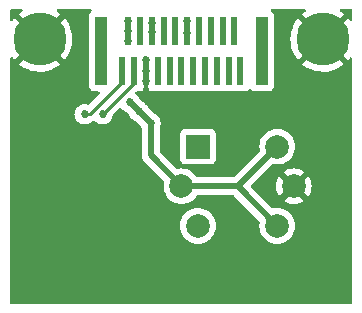
<source format=gbr>
%TF.GenerationSoftware,KiCad,Pcbnew,(6.0.0-0)*%
%TF.CreationDate,2022-03-07T02:22:32-05:00*%
%TF.ProjectId,multi_gas,6d756c74-695f-4676-9173-2e6b69636164,rev?*%
%TF.SameCoordinates,Original*%
%TF.FileFunction,Copper,L4,Bot*%
%TF.FilePolarity,Positive*%
%FSLAX46Y46*%
G04 Gerber Fmt 4.6, Leading zero omitted, Abs format (unit mm)*
G04 Created by KiCad (PCBNEW (6.0.0-0)) date 2022-03-07 02:22:32*
%MOMM*%
%LPD*%
G01*
G04 APERTURE LIST*
%TA.AperFunction,ComponentPad*%
%ADD10C,2.000000*%
%TD*%
%TA.AperFunction,ComponentPad*%
%ADD11R,2.000000X2.000000*%
%TD*%
%TA.AperFunction,ComponentPad*%
%ADD12C,4.500000*%
%TD*%
%TA.AperFunction,SMDPad,CuDef*%
%ADD13R,1.000000X5.850000*%
%TD*%
%TA.AperFunction,SMDPad,CuDef*%
%ADD14R,0.610000X2.410000*%
%TD*%
%TA.AperFunction,ViaPad*%
%ADD15C,0.685800*%
%TD*%
%TA.AperFunction,Conductor*%
%ADD16C,0.508000*%
%TD*%
%TA.AperFunction,Conductor*%
%ADD17C,0.254000*%
%TD*%
G04 APERTURE END LIST*
D10*
%TO.P,U1,6,A1*%
%TO.N,/5V*%
X115120000Y-73094000D03*
%TO.P,U1,4,A2*%
X115120000Y-79814000D03*
%TO.P,U1,3,B2*%
%TO.N,/A0*%
X108400000Y-79814000D03*
D11*
%TO.P,U1,1,B1*%
X108400000Y-73094000D03*
D10*
%TO.P,U1,5,VH-*%
%TO.N,GND*%
X116510000Y-76454000D03*
%TO.P,U1,2,VH+*%
%TO.N,/5V*%
X107010000Y-76454000D03*
%TD*%
D12*
%TO.P,H1,1,1*%
%TO.N,GND*%
X95000000Y-64000000D03*
%TD*%
%TO.P,H2,1,1*%
%TO.N,GND*%
X119000000Y-64000000D03*
%TD*%
D13*
%TO.P,J1,*%
%TO.N,*%
X100173500Y-65000000D03*
X113826500Y-65000000D03*
D14*
%TO.P,J1,1,SDA(E)*%
%TO.N,/SDA_EEPROM*%
X101996500Y-66720000D03*
%TO.P,J1,2,SCL(E)*%
%TO.N,/SCL_EEPROM*%
X102996500Y-66720000D03*
%TO.P,J1,3,GND*%
%TO.N,GND*%
X103996500Y-66720000D03*
%TO.P,J1,4,NC*%
%TO.N,unconnected-(J1-Pad4)*%
X104996500Y-66720000D03*
%TO.P,J1,5,~{RST}*%
%TO.N,/~{RST}*%
X105996500Y-66720000D03*
%TO.P,J1,6,SCK*%
%TO.N,/SCK*%
X106996500Y-66720000D03*
%TO.P,J1,7,MISO*%
%TO.N,/MISO*%
X107996500Y-66720000D03*
%TO.P,J1,8,MOSI*%
%TO.N,/MOSI*%
X108996500Y-66720000D03*
%TO.P,J1,9,CE*%
%TO.N,/CS*%
X109996500Y-66720000D03*
%TO.P,J1,10,SDA*%
%TO.N,/SDA*%
X110996500Y-66720000D03*
%TO.P,J1,11,SCL*%
%TO.N,/SCL*%
X111996500Y-66720000D03*
%TO.P,J1,12,NC*%
%TO.N,unconnected-(J1-Pad12)*%
X111496500Y-63280000D03*
%TO.P,J1,13,RX*%
%TO.N,/RXD*%
X110496500Y-63280000D03*
%TO.P,J1,14,TX*%
%TO.N,/TXD*%
X109496500Y-63280000D03*
%TO.P,J1,15,STAT*%
%TO.N,/Status*%
X108496500Y-63280000D03*
%TO.P,J1,16,A0*%
%TO.N,/A0*%
X107496500Y-63280000D03*
%TO.P,J1,17,A1*%
%TO.N,/A1*%
X106496500Y-63280000D03*
%TO.P,J1,18,NC*%
%TO.N,unconnected-(J1-Pad18)*%
X105496500Y-63280000D03*
%TO.P,J1,19,3V3*%
%TO.N,/3V3*%
X104496500Y-63280000D03*
%TO.P,J1,20,NC*%
%TO.N,unconnected-(J1-Pad20)*%
X103496500Y-63320000D03*
%TO.P,J1,21,5V*%
%TO.N,/5V*%
X102496500Y-63320000D03*
%TD*%
D15*
%TO.N,/A0*%
X107442000Y-63500000D03*
X107442000Y-62484000D03*
%TO.N,/5V*%
X104394000Y-71120000D03*
X103378000Y-70104000D03*
X102616000Y-69342000D03*
X102489000Y-62484000D03*
X102514400Y-64185800D03*
X102489000Y-63347600D03*
%TO.N,GND*%
X96012000Y-73152000D03*
X104013000Y-66675000D03*
X104013000Y-67564000D03*
X97282000Y-73152000D03*
X94742000Y-73152000D03*
X104013000Y-65786000D03*
%TO.N,/3V3*%
X104496500Y-63397500D03*
X104496500Y-62635500D03*
%TO.N,/SDA_EEPROM*%
X98806000Y-70358000D03*
%TO.N,/SCL_EEPROM*%
X100330000Y-70358000D03*
%TD*%
D16*
%TO.N,/5V*%
X111760000Y-76454000D02*
X115120000Y-79814000D01*
X107010000Y-76454000D02*
X111760000Y-76454000D01*
X111760000Y-76454000D02*
X115120000Y-73094000D01*
X104394000Y-71120000D02*
X104394000Y-73838000D01*
X104394000Y-73838000D02*
X107010000Y-76454000D01*
X103378000Y-70104000D02*
X104394000Y-71120000D01*
X102616000Y-69342000D02*
X103378000Y-70104000D01*
D17*
%TO.N,/SCL_EEPROM*%
X100330000Y-70358000D02*
X102996500Y-67691500D01*
X102996500Y-67691500D02*
X102996500Y-66720000D01*
%TO.N,/SDA_EEPROM*%
X101996500Y-66720000D02*
X101996500Y-67620000D01*
X101996500Y-67620000D02*
X99258500Y-70358000D01*
X99258500Y-70358000D02*
X98806000Y-70358000D01*
%TD*%
%TA.AperFunction,Conductor*%
%TO.N,GND*%
G36*
X93508556Y-61466002D02*
G01*
X93555049Y-61519658D01*
X93565153Y-61589932D01*
X93535659Y-61654512D01*
X93504858Y-61680285D01*
X93450196Y-61712805D01*
X93443945Y-61717053D01*
X93250733Y-61866115D01*
X93242267Y-61877773D01*
X93248871Y-61889661D01*
X94987188Y-63627978D01*
X95001132Y-63635592D01*
X95002965Y-63635461D01*
X95009580Y-63631210D01*
X96750162Y-61890628D01*
X96757174Y-61877787D01*
X96749379Y-61867098D01*
X96579886Y-61733481D01*
X96573663Y-61729156D01*
X96492326Y-61679605D01*
X96444557Y-61627082D01*
X96432767Y-61557071D01*
X96460699Y-61491800D01*
X96519485Y-61451992D01*
X96557879Y-61446000D01*
X99286595Y-61446000D01*
X99354716Y-61466002D01*
X99401209Y-61519658D01*
X99411313Y-61589932D01*
X99381819Y-61654512D01*
X99362163Y-61672824D01*
X99310239Y-61711739D01*
X99222885Y-61828295D01*
X99171755Y-61964684D01*
X99165000Y-62026866D01*
X99165000Y-67973134D01*
X99171755Y-68035316D01*
X99222885Y-68171705D01*
X99310239Y-68288261D01*
X99426795Y-68375615D01*
X99563184Y-68426745D01*
X99625366Y-68433500D01*
X99980078Y-68433500D01*
X100048199Y-68453502D01*
X100094692Y-68507158D01*
X100104796Y-68577432D01*
X100075302Y-68642012D01*
X100069173Y-68648595D01*
X99202648Y-69515120D01*
X99140336Y-69549146D01*
X99075213Y-69545888D01*
X99070546Y-69543810D01*
X98983016Y-69525205D01*
X98901943Y-69507972D01*
X98901939Y-69507972D01*
X98895486Y-69506600D01*
X98716514Y-69506600D01*
X98710061Y-69507972D01*
X98710057Y-69507972D01*
X98628984Y-69525205D01*
X98541454Y-69543810D01*
X98535424Y-69546495D01*
X98535423Y-69546495D01*
X98383985Y-69613919D01*
X98383983Y-69613920D01*
X98377955Y-69616604D01*
X98233164Y-69721801D01*
X98113409Y-69854803D01*
X98110108Y-69860521D01*
X98045002Y-69973288D01*
X98023923Y-70009797D01*
X98021881Y-70016082D01*
X97970888Y-70173024D01*
X97968618Y-70180009D01*
X97967928Y-70186572D01*
X97967928Y-70186573D01*
X97954431Y-70314988D01*
X97949910Y-70358000D01*
X97968618Y-70535991D01*
X98023923Y-70706203D01*
X98113409Y-70861197D01*
X98117827Y-70866104D01*
X98117828Y-70866105D01*
X98204256Y-70962093D01*
X98233164Y-70994199D01*
X98377955Y-71099396D01*
X98383983Y-71102080D01*
X98383985Y-71102081D01*
X98535423Y-71169505D01*
X98541454Y-71172190D01*
X98628984Y-71190795D01*
X98710057Y-71208028D01*
X98710061Y-71208028D01*
X98716514Y-71209400D01*
X98895486Y-71209400D01*
X98901939Y-71208028D01*
X98901943Y-71208028D01*
X98983016Y-71190795D01*
X99070546Y-71172190D01*
X99076577Y-71169505D01*
X99228015Y-71102081D01*
X99228017Y-71102080D01*
X99234045Y-71099396D01*
X99373854Y-70997818D01*
X99414061Y-70978899D01*
X99417799Y-70978427D01*
X99425172Y-70975508D01*
X99425175Y-70975507D01*
X99459056Y-70962093D01*
X99470285Y-70958248D01*
X99486965Y-70953402D01*
X99512893Y-70945869D01*
X99519720Y-70941831D01*
X99519723Y-70941830D01*
X99530406Y-70935512D01*
X99548164Y-70926812D01*
X99559719Y-70922237D01*
X99559723Y-70922235D01*
X99562005Y-70921332D01*
X99562007Y-70921331D01*
X99567087Y-70919320D01*
X99567411Y-70920140D01*
X99630269Y-70906279D01*
X99696859Y-70930902D01*
X99715272Y-70947673D01*
X99757164Y-70994199D01*
X99901955Y-71099396D01*
X99907983Y-71102080D01*
X99907985Y-71102081D01*
X100059423Y-71169505D01*
X100065454Y-71172190D01*
X100152984Y-71190795D01*
X100234057Y-71208028D01*
X100234061Y-71208028D01*
X100240514Y-71209400D01*
X100419486Y-71209400D01*
X100425939Y-71208028D01*
X100425943Y-71208028D01*
X100507016Y-71190795D01*
X100594546Y-71172190D01*
X100600577Y-71169505D01*
X100752015Y-71102081D01*
X100752017Y-71102080D01*
X100758045Y-71099396D01*
X100902836Y-70994199D01*
X100931744Y-70962093D01*
X101018172Y-70866105D01*
X101018173Y-70866104D01*
X101022591Y-70861197D01*
X101112077Y-70706203D01*
X101167382Y-70535991D01*
X101176418Y-70450023D01*
X101203432Y-70384366D01*
X101212633Y-70374099D01*
X101743351Y-69843381D01*
X101805663Y-69809355D01*
X101876478Y-69814420D01*
X101926082Y-69848166D01*
X102038742Y-69973288D01*
X102043164Y-69978199D01*
X102048506Y-69982080D01*
X102048508Y-69982082D01*
X102095305Y-70016082D01*
X102187955Y-70083396D01*
X102193981Y-70086079D01*
X102193988Y-70086083D01*
X102330839Y-70147012D01*
X102368686Y-70173024D01*
X102549532Y-70353870D01*
X102580270Y-70404028D01*
X102595923Y-70452203D01*
X102599226Y-70457925D01*
X102599227Y-70457926D01*
X102630832Y-70512668D01*
X102685409Y-70607197D01*
X102805164Y-70740199D01*
X102810506Y-70744080D01*
X102810508Y-70744082D01*
X102857305Y-70778082D01*
X102949955Y-70845396D01*
X102955981Y-70848079D01*
X102955988Y-70848083D01*
X103092839Y-70909012D01*
X103130686Y-70935024D01*
X103565532Y-71369870D01*
X103596270Y-71420028D01*
X103611923Y-71468203D01*
X103615227Y-71473925D01*
X103617911Y-71479954D01*
X103616666Y-71480508D01*
X103631500Y-71535873D01*
X103631500Y-73770624D01*
X103630067Y-73789574D01*
X103627876Y-73803973D01*
X103627876Y-73803979D01*
X103626776Y-73811208D01*
X103627369Y-73818500D01*
X103627369Y-73818503D01*
X103631085Y-73864183D01*
X103631500Y-73874398D01*
X103631500Y-73882525D01*
X103634811Y-73910924D01*
X103635238Y-73915244D01*
X103641191Y-73988426D01*
X103643447Y-73995388D01*
X103644643Y-74001376D01*
X103646051Y-74007333D01*
X103646899Y-74014607D01*
X103649397Y-74021489D01*
X103649398Y-74021493D01*
X103671945Y-74083607D01*
X103673355Y-74087711D01*
X103695987Y-74157575D01*
X103699787Y-74163838D01*
X103702325Y-74169380D01*
X103705067Y-74174856D01*
X103707566Y-74181741D01*
X103711581Y-74187865D01*
X103747815Y-74243132D01*
X103750130Y-74246800D01*
X103788227Y-74309581D01*
X103791941Y-74313786D01*
X103791943Y-74313789D01*
X103795667Y-74318005D01*
X103795638Y-74318031D01*
X103798238Y-74320962D01*
X103801042Y-74324316D01*
X103805054Y-74330435D01*
X103810366Y-74335467D01*
X103861586Y-74383988D01*
X103864028Y-74386366D01*
X105500317Y-76022655D01*
X105534343Y-76084967D01*
X105533741Y-76141163D01*
X105515465Y-76217289D01*
X105496835Y-76454000D01*
X105515465Y-76690711D01*
X105570895Y-76921594D01*
X105572788Y-76926165D01*
X105572789Y-76926167D01*
X105659772Y-77136163D01*
X105661760Y-77140963D01*
X105664346Y-77145183D01*
X105783241Y-77339202D01*
X105783242Y-77339203D01*
X105785824Y-77343416D01*
X105940031Y-77523969D01*
X106120584Y-77678176D01*
X106124792Y-77680755D01*
X106124798Y-77680759D01*
X106318084Y-77799205D01*
X106323037Y-77802240D01*
X106327607Y-77804133D01*
X106327611Y-77804135D01*
X106537833Y-77891211D01*
X106542406Y-77893105D01*
X106622609Y-77912360D01*
X106768476Y-77947380D01*
X106768482Y-77947381D01*
X106773289Y-77948535D01*
X107010000Y-77967165D01*
X107246711Y-77948535D01*
X107251518Y-77947381D01*
X107251524Y-77947380D01*
X107397391Y-77912360D01*
X107477594Y-77893105D01*
X107482167Y-77891211D01*
X107692389Y-77804135D01*
X107692393Y-77804133D01*
X107696963Y-77802240D01*
X107701916Y-77799205D01*
X107895202Y-77680759D01*
X107895208Y-77680755D01*
X107899416Y-77678176D01*
X108079969Y-77523969D01*
X108234176Y-77343416D01*
X108275083Y-77276662D01*
X108327728Y-77229034D01*
X108382513Y-77216500D01*
X111391972Y-77216500D01*
X111460093Y-77236502D01*
X111481067Y-77253405D01*
X113610317Y-79382655D01*
X113644343Y-79444967D01*
X113643741Y-79501163D01*
X113625465Y-79577289D01*
X113606835Y-79814000D01*
X113625465Y-80050711D01*
X113680895Y-80281594D01*
X113771760Y-80500963D01*
X113774346Y-80505183D01*
X113893241Y-80699202D01*
X113893245Y-80699208D01*
X113895824Y-80703416D01*
X114050031Y-80883969D01*
X114230584Y-81038176D01*
X114234792Y-81040755D01*
X114234798Y-81040759D01*
X114428817Y-81159654D01*
X114433037Y-81162240D01*
X114437607Y-81164133D01*
X114437611Y-81164135D01*
X114647833Y-81251211D01*
X114652406Y-81253105D01*
X114732609Y-81272360D01*
X114878476Y-81307380D01*
X114878482Y-81307381D01*
X114883289Y-81308535D01*
X115120000Y-81327165D01*
X115356711Y-81308535D01*
X115361518Y-81307381D01*
X115361524Y-81307380D01*
X115507391Y-81272360D01*
X115587594Y-81253105D01*
X115592167Y-81251211D01*
X115802389Y-81164135D01*
X115802393Y-81164133D01*
X115806963Y-81162240D01*
X115811183Y-81159654D01*
X116005202Y-81040759D01*
X116005208Y-81040755D01*
X116009416Y-81038176D01*
X116189969Y-80883969D01*
X116344176Y-80703416D01*
X116346755Y-80699208D01*
X116346759Y-80699202D01*
X116465654Y-80505183D01*
X116468240Y-80500963D01*
X116559105Y-80281594D01*
X116614535Y-80050711D01*
X116633165Y-79814000D01*
X116614535Y-79577289D01*
X116559105Y-79346406D01*
X116468240Y-79127037D01*
X116465654Y-79122817D01*
X116346759Y-78928798D01*
X116346755Y-78928792D01*
X116344176Y-78924584D01*
X116189969Y-78744031D01*
X116009416Y-78589824D01*
X116005208Y-78587245D01*
X116005202Y-78587241D01*
X115811183Y-78468346D01*
X115806963Y-78465760D01*
X115802393Y-78463867D01*
X115802389Y-78463865D01*
X115592167Y-78376789D01*
X115592165Y-78376788D01*
X115587594Y-78374895D01*
X115501447Y-78354213D01*
X115361524Y-78320620D01*
X115361518Y-78320619D01*
X115356711Y-78319465D01*
X115120000Y-78300835D01*
X114883289Y-78319465D01*
X114878482Y-78320619D01*
X114878476Y-78320620D01*
X114833236Y-78331481D01*
X114807163Y-78337741D01*
X114736256Y-78334194D01*
X114688655Y-78304317D01*
X114071008Y-77686670D01*
X115642160Y-77686670D01*
X115647887Y-77694320D01*
X115819042Y-77799205D01*
X115827837Y-77803687D01*
X116037988Y-77890734D01*
X116047373Y-77893783D01*
X116268554Y-77946885D01*
X116278301Y-77948428D01*
X116505070Y-77966275D01*
X116514930Y-77966275D01*
X116741699Y-77948428D01*
X116751446Y-77946885D01*
X116972627Y-77893783D01*
X116982012Y-77890734D01*
X117192163Y-77803687D01*
X117200958Y-77799205D01*
X117368445Y-77696568D01*
X117377907Y-77686110D01*
X117374124Y-77677334D01*
X116522812Y-76826022D01*
X116508868Y-76818408D01*
X116507035Y-76818539D01*
X116500420Y-76822790D01*
X115648920Y-77674290D01*
X115642160Y-77686670D01*
X114071008Y-77686670D01*
X112927433Y-76543095D01*
X112893407Y-76480783D01*
X112894970Y-76458930D01*
X114997725Y-76458930D01*
X115015572Y-76685699D01*
X115017115Y-76695446D01*
X115070217Y-76916627D01*
X115073266Y-76926012D01*
X115160313Y-77136163D01*
X115164795Y-77144958D01*
X115267432Y-77312445D01*
X115277890Y-77321907D01*
X115286666Y-77318124D01*
X116137978Y-76466812D01*
X116144356Y-76455132D01*
X116874408Y-76455132D01*
X116874539Y-76456965D01*
X116878790Y-76463580D01*
X117730290Y-77315080D01*
X117742670Y-77321840D01*
X117750320Y-77316113D01*
X117855205Y-77144958D01*
X117859687Y-77136163D01*
X117946734Y-76926012D01*
X117949783Y-76916627D01*
X118002885Y-76695446D01*
X118004428Y-76685699D01*
X118022275Y-76458930D01*
X118022275Y-76449070D01*
X118004428Y-76222301D01*
X118002885Y-76212554D01*
X117949783Y-75991373D01*
X117946734Y-75981988D01*
X117859687Y-75771837D01*
X117855205Y-75763042D01*
X117752568Y-75595555D01*
X117742110Y-75586093D01*
X117733334Y-75589876D01*
X116882022Y-76441188D01*
X116874408Y-76455132D01*
X116144356Y-76455132D01*
X116145592Y-76452868D01*
X116145461Y-76451035D01*
X116141210Y-76444420D01*
X115289710Y-75592920D01*
X115277330Y-75586160D01*
X115269680Y-75591887D01*
X115164795Y-75763042D01*
X115160313Y-75771837D01*
X115073266Y-75981988D01*
X115070217Y-75991373D01*
X115017115Y-76212554D01*
X115015572Y-76222301D01*
X114997725Y-76449070D01*
X114997725Y-76458930D01*
X112894970Y-76458930D01*
X112898472Y-76409968D01*
X112927433Y-76364905D01*
X114070448Y-75221890D01*
X115642093Y-75221890D01*
X115645876Y-75230666D01*
X116497188Y-76081978D01*
X116511132Y-76089592D01*
X116512965Y-76089461D01*
X116519580Y-76085210D01*
X117371080Y-75233710D01*
X117377840Y-75221330D01*
X117372113Y-75213680D01*
X117200958Y-75108795D01*
X117192163Y-75104313D01*
X116982012Y-75017266D01*
X116972627Y-75014217D01*
X116751446Y-74961115D01*
X116741699Y-74959572D01*
X116514930Y-74941725D01*
X116505070Y-74941725D01*
X116278301Y-74959572D01*
X116268554Y-74961115D01*
X116047373Y-75014217D01*
X116037988Y-75017266D01*
X115827837Y-75104313D01*
X115819042Y-75108795D01*
X115651555Y-75211432D01*
X115642093Y-75221890D01*
X114070448Y-75221890D01*
X114688655Y-74603683D01*
X114750967Y-74569657D01*
X114807163Y-74570259D01*
X114833236Y-74576519D01*
X114878476Y-74587380D01*
X114878482Y-74587381D01*
X114883289Y-74588535D01*
X115120000Y-74607165D01*
X115356711Y-74588535D01*
X115361518Y-74587381D01*
X115361524Y-74587380D01*
X115539651Y-74544615D01*
X115587594Y-74533105D01*
X115592167Y-74531211D01*
X115802389Y-74444135D01*
X115802393Y-74444133D01*
X115806963Y-74442240D01*
X115900143Y-74385139D01*
X116005202Y-74320759D01*
X116005208Y-74320755D01*
X116009416Y-74318176D01*
X116189969Y-74163969D01*
X116344176Y-73983416D01*
X116346755Y-73979208D01*
X116346759Y-73979202D01*
X116465654Y-73785183D01*
X116468240Y-73780963D01*
X116559105Y-73561594D01*
X116614535Y-73330711D01*
X116633165Y-73094000D01*
X116614535Y-72857289D01*
X116559105Y-72626406D01*
X116468240Y-72407037D01*
X116465654Y-72402817D01*
X116346759Y-72208798D01*
X116346755Y-72208792D01*
X116344176Y-72204584D01*
X116189969Y-72024031D01*
X116009416Y-71869824D01*
X116005208Y-71867245D01*
X116005202Y-71867241D01*
X115811183Y-71748346D01*
X115806963Y-71745760D01*
X115802393Y-71743867D01*
X115802389Y-71743865D01*
X115592167Y-71656789D01*
X115592165Y-71656788D01*
X115587594Y-71654895D01*
X115507391Y-71635640D01*
X115361524Y-71600620D01*
X115361518Y-71600619D01*
X115356711Y-71599465D01*
X115120000Y-71580835D01*
X114883289Y-71599465D01*
X114878482Y-71600619D01*
X114878476Y-71600620D01*
X114732609Y-71635640D01*
X114652406Y-71654895D01*
X114647835Y-71656788D01*
X114647833Y-71656789D01*
X114437611Y-71743865D01*
X114437607Y-71743867D01*
X114433037Y-71745760D01*
X114428817Y-71748346D01*
X114234798Y-71867241D01*
X114234792Y-71867245D01*
X114230584Y-71869824D01*
X114050031Y-72024031D01*
X113895824Y-72204584D01*
X113893245Y-72208792D01*
X113893241Y-72208798D01*
X113774346Y-72402817D01*
X113771760Y-72407037D01*
X113680895Y-72626406D01*
X113625465Y-72857289D01*
X113606835Y-73094000D01*
X113625465Y-73330711D01*
X113626619Y-73335518D01*
X113626620Y-73335524D01*
X113643741Y-73406836D01*
X113640194Y-73477744D01*
X113610317Y-73525345D01*
X111481067Y-75654595D01*
X111418755Y-75688621D01*
X111391972Y-75691500D01*
X108382513Y-75691500D01*
X108314392Y-75671498D01*
X108275084Y-75631339D01*
X108234176Y-75564584D01*
X108079969Y-75384031D01*
X107899416Y-75229824D01*
X107895208Y-75227245D01*
X107895202Y-75227241D01*
X107701183Y-75108346D01*
X107696963Y-75105760D01*
X107692393Y-75103867D01*
X107692389Y-75103865D01*
X107482167Y-75016789D01*
X107482165Y-75016788D01*
X107477594Y-75014895D01*
X107391447Y-74994213D01*
X107251524Y-74960620D01*
X107251518Y-74960619D01*
X107246711Y-74959465D01*
X107010000Y-74940835D01*
X106773289Y-74959465D01*
X106768482Y-74960619D01*
X106768476Y-74960620D01*
X106723236Y-74971481D01*
X106697163Y-74977741D01*
X106626256Y-74974194D01*
X106578655Y-74944317D01*
X105776472Y-74142134D01*
X106891500Y-74142134D01*
X106898255Y-74204316D01*
X106949385Y-74340705D01*
X107036739Y-74457261D01*
X107153295Y-74544615D01*
X107289684Y-74595745D01*
X107351866Y-74602500D01*
X109448134Y-74602500D01*
X109510316Y-74595745D01*
X109646705Y-74544615D01*
X109763261Y-74457261D01*
X109850615Y-74340705D01*
X109901745Y-74204316D01*
X109908500Y-74142134D01*
X109908500Y-72045866D01*
X109901745Y-71983684D01*
X109850615Y-71847295D01*
X109763261Y-71730739D01*
X109646705Y-71643385D01*
X109510316Y-71592255D01*
X109448134Y-71585500D01*
X107351866Y-71585500D01*
X107289684Y-71592255D01*
X107153295Y-71643385D01*
X107036739Y-71730739D01*
X106949385Y-71847295D01*
X106898255Y-71983684D01*
X106891500Y-72045866D01*
X106891500Y-74142134D01*
X105776472Y-74142134D01*
X105193405Y-73559067D01*
X105159379Y-73496755D01*
X105156500Y-73469972D01*
X105156500Y-71535873D01*
X105171334Y-71480508D01*
X105170089Y-71479954D01*
X105172773Y-71473926D01*
X105176077Y-71468203D01*
X105231382Y-71297991D01*
X105240694Y-71209400D01*
X105249400Y-71126565D01*
X105250090Y-71120000D01*
X105231382Y-70942009D01*
X105229113Y-70935024D01*
X105178119Y-70778082D01*
X105176077Y-70771797D01*
X105154999Y-70735288D01*
X105089892Y-70622521D01*
X105086591Y-70616803D01*
X105019482Y-70542270D01*
X104971258Y-70488712D01*
X104971257Y-70488711D01*
X104966836Y-70483801D01*
X104931223Y-70457926D01*
X104827387Y-70382485D01*
X104827386Y-70382484D01*
X104822045Y-70378604D01*
X104816019Y-70375921D01*
X104816012Y-70375917D01*
X104679161Y-70314988D01*
X104641314Y-70288976D01*
X104206468Y-69854130D01*
X104175730Y-69803972D01*
X104162118Y-69762079D01*
X104160077Y-69755797D01*
X104070591Y-69600803D01*
X104047960Y-69575668D01*
X103955258Y-69472712D01*
X103955257Y-69472711D01*
X103950836Y-69467801D01*
X103806045Y-69362604D01*
X103800019Y-69359921D01*
X103800012Y-69359917D01*
X103663161Y-69298988D01*
X103625314Y-69272976D01*
X103444468Y-69092130D01*
X103413730Y-69041972D01*
X103400118Y-69000079D01*
X103398077Y-68993797D01*
X103308591Y-68838803D01*
X103188836Y-68705801D01*
X103129851Y-68662946D01*
X103086497Y-68606724D01*
X103080422Y-68535988D01*
X103114817Y-68471915D01*
X103116327Y-68470405D01*
X103178639Y-68436379D01*
X103205422Y-68433500D01*
X103349634Y-68433500D01*
X103411816Y-68426745D01*
X103419217Y-68423970D01*
X103419219Y-68423970D01*
X103452981Y-68411313D01*
X103523788Y-68406129D01*
X103541443Y-68411313D01*
X103573890Y-68423477D01*
X103589149Y-68427105D01*
X103640014Y-68432631D01*
X103646828Y-68433000D01*
X103724385Y-68433000D01*
X103739624Y-68428525D01*
X103740829Y-68427135D01*
X103742500Y-68419452D01*
X103742500Y-68218852D01*
X103754347Y-68172542D01*
X103752115Y-68171705D01*
X103800471Y-68042715D01*
X103803245Y-68035316D01*
X103810000Y-67973134D01*
X103810000Y-66592000D01*
X103830002Y-66523879D01*
X103883658Y-66477386D01*
X103936000Y-66466000D01*
X104057000Y-66466000D01*
X104125121Y-66486002D01*
X104171614Y-66539658D01*
X104183000Y-66592000D01*
X104183000Y-67973134D01*
X104189755Y-68035316D01*
X104192529Y-68042715D01*
X104240885Y-68171705D01*
X104238653Y-68172542D01*
X104250500Y-68218852D01*
X104250500Y-68414884D01*
X104254975Y-68430123D01*
X104256365Y-68431328D01*
X104264048Y-68432999D01*
X104346169Y-68432999D01*
X104352990Y-68432629D01*
X104403852Y-68427105D01*
X104419107Y-68423478D01*
X104451557Y-68411313D01*
X104522364Y-68406129D01*
X104540019Y-68411313D01*
X104573781Y-68423970D01*
X104573783Y-68423970D01*
X104581184Y-68426745D01*
X104643366Y-68433500D01*
X105349634Y-68433500D01*
X105411816Y-68426745D01*
X105452271Y-68411579D01*
X105523076Y-68406396D01*
X105540723Y-68411577D01*
X105581184Y-68426745D01*
X105643366Y-68433500D01*
X106349634Y-68433500D01*
X106411816Y-68426745D01*
X106452271Y-68411579D01*
X106523076Y-68406396D01*
X106540723Y-68411577D01*
X106581184Y-68426745D01*
X106643366Y-68433500D01*
X107349634Y-68433500D01*
X107411816Y-68426745D01*
X107452271Y-68411579D01*
X107523076Y-68406396D01*
X107540723Y-68411577D01*
X107581184Y-68426745D01*
X107643366Y-68433500D01*
X108349634Y-68433500D01*
X108411816Y-68426745D01*
X108452271Y-68411579D01*
X108523076Y-68406396D01*
X108540723Y-68411577D01*
X108581184Y-68426745D01*
X108643366Y-68433500D01*
X109349634Y-68433500D01*
X109411816Y-68426745D01*
X109452271Y-68411579D01*
X109523076Y-68406396D01*
X109540723Y-68411577D01*
X109581184Y-68426745D01*
X109643366Y-68433500D01*
X110349634Y-68433500D01*
X110411816Y-68426745D01*
X110452271Y-68411579D01*
X110523076Y-68406396D01*
X110540723Y-68411577D01*
X110581184Y-68426745D01*
X110643366Y-68433500D01*
X111349634Y-68433500D01*
X111411816Y-68426745D01*
X111452271Y-68411579D01*
X111523076Y-68406396D01*
X111540723Y-68411577D01*
X111581184Y-68426745D01*
X111643366Y-68433500D01*
X112349634Y-68433500D01*
X112411816Y-68426745D01*
X112548205Y-68375615D01*
X112664761Y-68288261D01*
X112713174Y-68223664D01*
X112770033Y-68181149D01*
X112840852Y-68176123D01*
X112903145Y-68210183D01*
X112914826Y-68223664D01*
X112963239Y-68288261D01*
X113079795Y-68375615D01*
X113216184Y-68426745D01*
X113278366Y-68433500D01*
X114374634Y-68433500D01*
X114436816Y-68426745D01*
X114573205Y-68375615D01*
X114689761Y-68288261D01*
X114777115Y-68171705D01*
X114828245Y-68035316D01*
X114835000Y-67973134D01*
X114835000Y-66121982D01*
X117243142Y-66121982D01*
X117250668Y-66132415D01*
X117396463Y-66249848D01*
X117402648Y-66254244D01*
X117678363Y-66426195D01*
X117685034Y-66429817D01*
X117979414Y-66567402D01*
X117986468Y-66570195D01*
X118295257Y-66671420D01*
X118302570Y-66673339D01*
X118621298Y-66736738D01*
X118628789Y-66737764D01*
X118952823Y-66762413D01*
X118960386Y-66762531D01*
X119285021Y-66748074D01*
X119292562Y-66747282D01*
X119613115Y-66693926D01*
X119620479Y-66692240D01*
X119932315Y-66600757D01*
X119939424Y-66598198D01*
X120238003Y-66469919D01*
X120244770Y-66466515D01*
X120525764Y-66303301D01*
X120532071Y-66299111D01*
X120750005Y-66134588D01*
X120758461Y-66123197D01*
X120751743Y-66110953D01*
X119012812Y-64372022D01*
X118998868Y-64364408D01*
X118997035Y-64364539D01*
X118990420Y-64368790D01*
X117250257Y-66108953D01*
X117243142Y-66121982D01*
X114835000Y-66121982D01*
X114835000Y-63974858D01*
X116237299Y-63974858D01*
X116253456Y-64299410D01*
X116254287Y-64306939D01*
X116309318Y-64627198D01*
X116311051Y-64634585D01*
X116404156Y-64945909D01*
X116406759Y-64953022D01*
X116536595Y-65250913D01*
X116540037Y-65257669D01*
X116704720Y-65537803D01*
X116708943Y-65544088D01*
X116865792Y-65749608D01*
X116877316Y-65758069D01*
X116889382Y-65751408D01*
X118627978Y-64012812D01*
X118635592Y-63998868D01*
X118635461Y-63997035D01*
X118631210Y-63990420D01*
X116890864Y-62250074D01*
X116877929Y-62243011D01*
X116867367Y-62250671D01*
X116741785Y-62408268D01*
X116737428Y-62414467D01*
X116566913Y-62691094D01*
X116563333Y-62697770D01*
X116427287Y-62992878D01*
X116424537Y-62999929D01*
X116324927Y-63309251D01*
X116323044Y-63316584D01*
X116261316Y-63635632D01*
X116260329Y-63643132D01*
X116237378Y-63967277D01*
X116237299Y-63974858D01*
X114835000Y-63974858D01*
X114835000Y-62026866D01*
X114828245Y-61964684D01*
X114777115Y-61828295D01*
X114689761Y-61711739D01*
X114637838Y-61672825D01*
X114595325Y-61615966D01*
X114590300Y-61545148D01*
X114624359Y-61482855D01*
X114686691Y-61448865D01*
X114713405Y-61446000D01*
X117440435Y-61446000D01*
X117508556Y-61466002D01*
X117555049Y-61519658D01*
X117565153Y-61589932D01*
X117535659Y-61654512D01*
X117504858Y-61680285D01*
X117450196Y-61712805D01*
X117443945Y-61717053D01*
X117250733Y-61866115D01*
X117242267Y-61877773D01*
X117248871Y-61889661D01*
X118987188Y-63627978D01*
X119001132Y-63635592D01*
X119002965Y-63635461D01*
X119009580Y-63631210D01*
X120750162Y-61890628D01*
X120757174Y-61877787D01*
X120749379Y-61867098D01*
X120579886Y-61733481D01*
X120573663Y-61729156D01*
X120492326Y-61679605D01*
X120444557Y-61627082D01*
X120432767Y-61557071D01*
X120460699Y-61491800D01*
X120519485Y-61451992D01*
X120557879Y-61446000D01*
X121361000Y-61446000D01*
X121429121Y-61466002D01*
X121475614Y-61519658D01*
X121487000Y-61572000D01*
X121487000Y-62337698D01*
X121466998Y-62405819D01*
X121413342Y-62452312D01*
X121343068Y-62462416D01*
X121278488Y-62432922D01*
X121261643Y-62415184D01*
X121133617Y-62251022D01*
X121121823Y-62242551D01*
X121110113Y-62249097D01*
X119372022Y-63987188D01*
X119364408Y-64001132D01*
X119364539Y-64002965D01*
X119368790Y-64009580D01*
X121108825Y-65749615D01*
X121121948Y-65756781D01*
X121132250Y-65749391D01*
X121241429Y-65615285D01*
X121245838Y-65609149D01*
X121254437Y-65595520D01*
X121307703Y-65548581D01*
X121377891Y-65537891D01*
X121442715Y-65566844D01*
X121481596Y-65626248D01*
X121487000Y-65662754D01*
X121487000Y-86304000D01*
X121466998Y-86372121D01*
X121413342Y-86418614D01*
X121361000Y-86430000D01*
X92629000Y-86430000D01*
X92560879Y-86409998D01*
X92514386Y-86356342D01*
X92503000Y-86304000D01*
X92503000Y-79814000D01*
X106886835Y-79814000D01*
X106905465Y-80050711D01*
X106960895Y-80281594D01*
X107051760Y-80500963D01*
X107054346Y-80505183D01*
X107173241Y-80699202D01*
X107173245Y-80699208D01*
X107175824Y-80703416D01*
X107330031Y-80883969D01*
X107510584Y-81038176D01*
X107514792Y-81040755D01*
X107514798Y-81040759D01*
X107708817Y-81159654D01*
X107713037Y-81162240D01*
X107717607Y-81164133D01*
X107717611Y-81164135D01*
X107927833Y-81251211D01*
X107932406Y-81253105D01*
X108012609Y-81272360D01*
X108158476Y-81307380D01*
X108158482Y-81307381D01*
X108163289Y-81308535D01*
X108400000Y-81327165D01*
X108636711Y-81308535D01*
X108641518Y-81307381D01*
X108641524Y-81307380D01*
X108787391Y-81272360D01*
X108867594Y-81253105D01*
X108872167Y-81251211D01*
X109082389Y-81164135D01*
X109082393Y-81164133D01*
X109086963Y-81162240D01*
X109091183Y-81159654D01*
X109285202Y-81040759D01*
X109285208Y-81040755D01*
X109289416Y-81038176D01*
X109469969Y-80883969D01*
X109624176Y-80703416D01*
X109626755Y-80699208D01*
X109626759Y-80699202D01*
X109745654Y-80505183D01*
X109748240Y-80500963D01*
X109839105Y-80281594D01*
X109894535Y-80050711D01*
X109913165Y-79814000D01*
X109894535Y-79577289D01*
X109839105Y-79346406D01*
X109748240Y-79127037D01*
X109745654Y-79122817D01*
X109626759Y-78928798D01*
X109626755Y-78928792D01*
X109624176Y-78924584D01*
X109469969Y-78744031D01*
X109289416Y-78589824D01*
X109285208Y-78587245D01*
X109285202Y-78587241D01*
X109091183Y-78468346D01*
X109086963Y-78465760D01*
X109082393Y-78463867D01*
X109082389Y-78463865D01*
X108872167Y-78376789D01*
X108872165Y-78376788D01*
X108867594Y-78374895D01*
X108781447Y-78354213D01*
X108641524Y-78320620D01*
X108641518Y-78320619D01*
X108636711Y-78319465D01*
X108400000Y-78300835D01*
X108163289Y-78319465D01*
X108158482Y-78320619D01*
X108158476Y-78320620D01*
X108018553Y-78354213D01*
X107932406Y-78374895D01*
X107927835Y-78376788D01*
X107927833Y-78376789D01*
X107717611Y-78463865D01*
X107717607Y-78463867D01*
X107713037Y-78465760D01*
X107708817Y-78468346D01*
X107514798Y-78587241D01*
X107514792Y-78587245D01*
X107510584Y-78589824D01*
X107330031Y-78744031D01*
X107175824Y-78924584D01*
X107173245Y-78928792D01*
X107173241Y-78928798D01*
X107054346Y-79122817D01*
X107051760Y-79127037D01*
X106960895Y-79346406D01*
X106905465Y-79577289D01*
X106886835Y-79814000D01*
X92503000Y-79814000D01*
X92503000Y-66121982D01*
X93243142Y-66121982D01*
X93250668Y-66132415D01*
X93396463Y-66249848D01*
X93402648Y-66254244D01*
X93678363Y-66426195D01*
X93685034Y-66429817D01*
X93979414Y-66567402D01*
X93986468Y-66570195D01*
X94295257Y-66671420D01*
X94302570Y-66673339D01*
X94621298Y-66736738D01*
X94628789Y-66737764D01*
X94952823Y-66762413D01*
X94960386Y-66762531D01*
X95285021Y-66748074D01*
X95292562Y-66747282D01*
X95613115Y-66693926D01*
X95620479Y-66692240D01*
X95932315Y-66600757D01*
X95939424Y-66598198D01*
X96238003Y-66469919D01*
X96244770Y-66466515D01*
X96525764Y-66303301D01*
X96532071Y-66299111D01*
X96750005Y-66134588D01*
X96758461Y-66123197D01*
X96751743Y-66110953D01*
X95012812Y-64372022D01*
X94998868Y-64364408D01*
X94997035Y-64364539D01*
X94990420Y-64368790D01*
X93250257Y-66108953D01*
X93243142Y-66121982D01*
X92503000Y-66121982D01*
X92503000Y-65647024D01*
X92523002Y-65578903D01*
X92576658Y-65532410D01*
X92646932Y-65522306D01*
X92711512Y-65551800D01*
X92729163Y-65570582D01*
X92865792Y-65749608D01*
X92877316Y-65758069D01*
X92889382Y-65751408D01*
X94627978Y-64012812D01*
X94634356Y-64001132D01*
X95364408Y-64001132D01*
X95364539Y-64002965D01*
X95368790Y-64009580D01*
X97108825Y-65749615D01*
X97121948Y-65756781D01*
X97132250Y-65749391D01*
X97241429Y-65615285D01*
X97245842Y-65609144D01*
X97419248Y-65334312D01*
X97422895Y-65327677D01*
X97562025Y-65034011D01*
X97564850Y-65026984D01*
X97667696Y-64718715D01*
X97669650Y-64711424D01*
X97734716Y-64393033D01*
X97735784Y-64385529D01*
X97762253Y-64060100D01*
X97762458Y-64055625D01*
X97763018Y-64002221D01*
X97762908Y-63997789D01*
X97743257Y-63671835D01*
X97742349Y-63664333D01*
X97683967Y-63344663D01*
X97682154Y-63337284D01*
X97585797Y-63026966D01*
X97583116Y-63019869D01*
X97450172Y-62723363D01*
X97446655Y-62716636D01*
X97279054Y-62438252D01*
X97274757Y-62431999D01*
X97133617Y-62251022D01*
X97121823Y-62242551D01*
X97110113Y-62249097D01*
X95372022Y-63987188D01*
X95364408Y-64001132D01*
X94634356Y-64001132D01*
X94635592Y-63998868D01*
X94635461Y-63997035D01*
X94631210Y-63990420D01*
X92890864Y-62250074D01*
X92877929Y-62243011D01*
X92867367Y-62250671D01*
X92741785Y-62408268D01*
X92737427Y-62414469D01*
X92736261Y-62416360D01*
X92735816Y-62416760D01*
X92735245Y-62417573D01*
X92735059Y-62417442D01*
X92683489Y-62463855D01*
X92613418Y-62475279D01*
X92548294Y-62447006D01*
X92508793Y-62388012D01*
X92503000Y-62350246D01*
X92503000Y-61572000D01*
X92523002Y-61503879D01*
X92576658Y-61457386D01*
X92629000Y-61446000D01*
X93440435Y-61446000D01*
X93508556Y-61466002D01*
G37*
%TD.AperFunction*%
%TD*%
M02*

</source>
